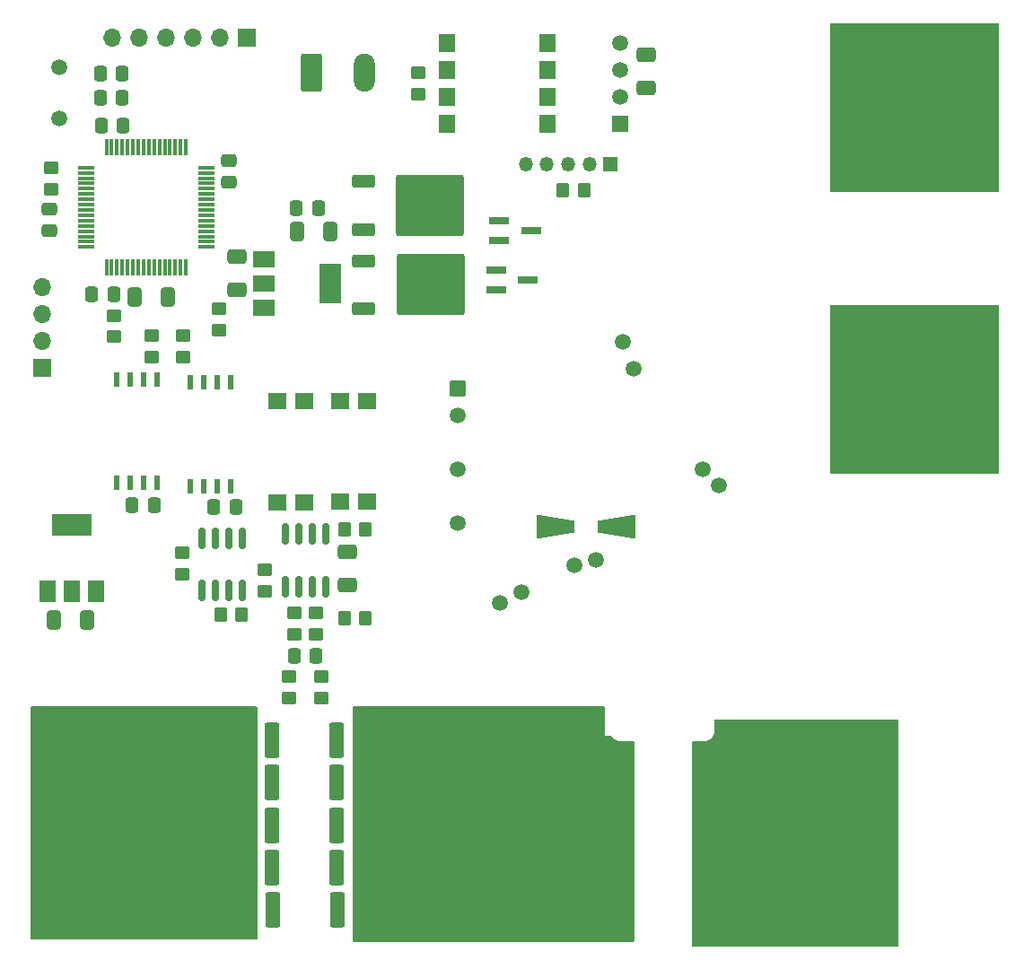
<source format=gbr>
%TF.GenerationSoftware,KiCad,Pcbnew,7.0.9*%
%TF.CreationDate,2024-06-05T17:19:39+05:30*%
%TF.ProjectId,BMS_Master,424d535f-4d61-4737-9465-722e6b696361,rev?*%
%TF.SameCoordinates,Original*%
%TF.FileFunction,Soldermask,Top*%
%TF.FilePolarity,Negative*%
%FSLAX46Y46*%
G04 Gerber Fmt 4.6, Leading zero omitted, Abs format (unit mm)*
G04 Created by KiCad (PCBNEW 7.0.9) date 2024-06-05 17:19:39*
%MOMM*%
%LPD*%
G01*
G04 APERTURE LIST*
G04 Aperture macros list*
%AMRoundRect*
0 Rectangle with rounded corners*
0 $1 Rounding radius*
0 $2 $3 $4 $5 $6 $7 $8 $9 X,Y pos of 4 corners*
0 Add a 4 corners polygon primitive as box body*
4,1,4,$2,$3,$4,$5,$6,$7,$8,$9,$2,$3,0*
0 Add four circle primitives for the rounded corners*
1,1,$1+$1,$2,$3*
1,1,$1+$1,$4,$5*
1,1,$1+$1,$6,$7*
1,1,$1+$1,$8,$9*
0 Add four rect primitives between the rounded corners*
20,1,$1+$1,$2,$3,$4,$5,0*
20,1,$1+$1,$4,$5,$6,$7,0*
20,1,$1+$1,$6,$7,$8,$9,0*
20,1,$1+$1,$8,$9,$2,$3,0*%
%AMOutline4P*
0 Free polygon, 4 corners , with rotation*
0 The origin of the aperture is its center*
0 number of corners: always 4*
0 $1 to $8 corner X, Y*
0 $9 Rotation angle, in degrees counterclockwise*
0 create outline with 4 corners*
4,1,4,$1,$2,$3,$4,$5,$6,$7,$8,$1,$2,$9*%
G04 Aperture macros list end*
%ADD10R,1.498600X1.498600*%
%ADD11C,1.498600*%
%ADD12R,0.558800X1.473200*%
%ADD13Outline4P,-1.800000X-1.150000X1.800000X-0.550000X1.800000X0.550000X-1.800000X1.150000X180.000000*%
%ADD14Outline4P,-1.800000X-1.150000X1.800000X-0.550000X1.800000X0.550000X-1.800000X1.150000X0.000000*%
%ADD15RoundRect,0.249999X-0.450001X-1.425001X0.450001X-1.425001X0.450001X1.425001X-0.450001X1.425001X0*%
%ADD16RoundRect,0.075000X-0.700000X-0.075000X0.700000X-0.075000X0.700000X0.075000X-0.700000X0.075000X0*%
%ADD17RoundRect,0.075000X-0.075000X-0.700000X0.075000X-0.700000X0.075000X0.700000X-0.075000X0.700000X0*%
%ADD18R,1.780000X1.500000*%
%ADD19R,1.900000X0.800000*%
%ADD20RoundRect,0.250000X-0.750000X-1.550000X0.750000X-1.550000X0.750000X1.550000X-0.750000X1.550000X0*%
%ADD21O,2.000000X3.600000*%
%ADD22RoundRect,0.250000X0.412500X0.650000X-0.412500X0.650000X-0.412500X-0.650000X0.412500X-0.650000X0*%
%ADD23RoundRect,0.250000X-0.450000X0.350000X-0.450000X-0.350000X0.450000X-0.350000X0.450000X0.350000X0*%
%ADD24RoundRect,0.250000X-0.850000X-0.350000X0.850000X-0.350000X0.850000X0.350000X-0.850000X0.350000X0*%
%ADD25RoundRect,0.249997X-2.950003X-2.650003X2.950003X-2.650003X2.950003X2.650003X-2.950003X2.650003X0*%
%ADD26R,2.000000X1.500000*%
%ADD27R,2.000000X3.800000*%
%ADD28RoundRect,0.150000X0.150000X-0.825000X0.150000X0.825000X-0.150000X0.825000X-0.150000X-0.825000X0*%
%ADD29RoundRect,0.250000X-0.350000X-0.450000X0.350000X-0.450000X0.350000X0.450000X-0.350000X0.450000X0*%
%ADD30RoundRect,0.250000X-0.475000X0.337500X-0.475000X-0.337500X0.475000X-0.337500X0.475000X0.337500X0*%
%ADD31RoundRect,0.250000X-0.337500X-0.475000X0.337500X-0.475000X0.337500X0.475000X-0.337500X0.475000X0*%
%ADD32RoundRect,0.250000X-0.650000X0.412500X-0.650000X-0.412500X0.650000X-0.412500X0.650000X0.412500X0*%
%ADD33R,1.700000X1.700000*%
%ADD34O,1.700000X1.700000*%
%ADD35RoundRect,0.250000X0.475000X-0.337500X0.475000X0.337500X-0.475000X0.337500X-0.475000X-0.337500X0*%
%ADD36RoundRect,0.250000X0.350000X0.450000X-0.350000X0.450000X-0.350000X-0.450000X0.350000X-0.450000X0*%
%ADD37C,16.800000*%
%ADD38RoundRect,0.250000X0.450000X-0.350000X0.450000X0.350000X-0.450000X0.350000X-0.450000X-0.350000X0*%
%ADD39C,1.500000*%
%ADD40R,15.000000X15.000000*%
%ADD41RoundRect,0.250000X0.337500X0.475000X-0.337500X0.475000X-0.337500X-0.475000X0.337500X-0.475000X0*%
%ADD42C,1.512000*%
%ADD43RoundRect,0.102000X-0.654000X0.654000X-0.654000X-0.654000X0.654000X-0.654000X0.654000X0.654000X0*%
%ADD44RoundRect,0.250000X0.650000X-0.412500X0.650000X0.412500X-0.650000X0.412500X-0.650000X-0.412500X0*%
%ADD45RoundRect,0.250000X-0.412500X-0.650000X0.412500X-0.650000X0.412500X0.650000X-0.412500X0.650000X0*%
%ADD46R,1.350000X1.350000*%
%ADD47O,1.350000X1.350000*%
%ADD48R,1.500000X2.000000*%
%ADD49R,3.800000X2.000000*%
%ADD50R,16.000000X16.000000*%
%ADD51R,1.520000X1.780000*%
%ADD52R,1.520000X1.750000*%
G04 APERTURE END LIST*
D10*
%TO.C,U15*%
X244208200Y-67810000D03*
D11*
X244208200Y-65270000D03*
X244208200Y-62730000D03*
X244208200Y-60190000D03*
%TD*%
D12*
%TO.C,U9*%
X196695000Y-101676800D03*
X197965000Y-101676800D03*
X199235000Y-101676800D03*
X200505000Y-101676800D03*
X200505000Y-91923200D03*
X199235000Y-91923200D03*
X197965000Y-91923200D03*
X196695000Y-91923200D03*
%TD*%
%TO.C,U7*%
X203690000Y-102000000D03*
X204960000Y-102000000D03*
X206230000Y-102000000D03*
X207500000Y-102000000D03*
X207500000Y-92246400D03*
X206230000Y-92246400D03*
X204960000Y-92246400D03*
X203690000Y-92246400D03*
%TD*%
D13*
%TO.C,D4*%
X243900000Y-105800000D03*
D14*
X238100000Y-105800000D03*
%TD*%
D15*
%TO.C,R6*%
X211400000Y-126000000D03*
X217500000Y-126000000D03*
%TD*%
D16*
%TO.C,U13*%
X193825000Y-71950000D03*
X193825000Y-72450000D03*
X193825000Y-72950000D03*
X193825000Y-73450000D03*
X193825000Y-73950000D03*
X193825000Y-74450000D03*
X193825000Y-74950000D03*
X193825000Y-75450000D03*
X193825000Y-75950000D03*
X193825000Y-76450000D03*
X193825000Y-76950000D03*
X193825000Y-77450000D03*
X193825000Y-77950000D03*
X193825000Y-78450000D03*
X193825000Y-78950000D03*
X193825000Y-79450000D03*
D17*
X195750000Y-81375000D03*
X196250000Y-81375000D03*
X196750000Y-81375000D03*
X197250000Y-81375000D03*
X197750000Y-81375000D03*
X198250000Y-81375000D03*
X198750000Y-81375000D03*
X199250000Y-81375000D03*
X199750000Y-81375000D03*
X200250000Y-81375000D03*
X200750000Y-81375000D03*
X201250000Y-81375000D03*
X201750000Y-81375000D03*
X202250000Y-81375000D03*
X202750000Y-81375000D03*
X203250000Y-81375000D03*
D16*
X205175000Y-79450000D03*
X205175000Y-78950000D03*
X205175000Y-78450000D03*
X205175000Y-77950000D03*
X205175000Y-77450000D03*
X205175000Y-76950000D03*
X205175000Y-76450000D03*
X205175000Y-75950000D03*
X205175000Y-75450000D03*
X205175000Y-74950000D03*
X205175000Y-74450000D03*
X205175000Y-73950000D03*
X205175000Y-73450000D03*
X205175000Y-72950000D03*
X205175000Y-72450000D03*
X205175000Y-71950000D03*
D17*
X203250000Y-70025000D03*
X202750000Y-70025000D03*
X202250000Y-70025000D03*
X201750000Y-70025000D03*
X201250000Y-70025000D03*
X200750000Y-70025000D03*
X200250000Y-70025000D03*
X199750000Y-70025000D03*
X199250000Y-70025000D03*
X198750000Y-70025000D03*
X198250000Y-70025000D03*
X197750000Y-70025000D03*
X197250000Y-70025000D03*
X196750000Y-70025000D03*
X196250000Y-70025000D03*
X195750000Y-70025000D03*
%TD*%
D18*
%TO.C,U5*%
X217800000Y-103500000D03*
X220340000Y-103500000D03*
X220340000Y-93970000D03*
X217800000Y-93970000D03*
%TD*%
D19*
%TO.C,Q2*%
X232800000Y-76950000D03*
X232800000Y-78850000D03*
X235800000Y-77900000D03*
%TD*%
D20*
%TO.C,J1*%
X215100000Y-63000000D03*
D21*
X220100000Y-63000000D03*
%TD*%
D18*
%TO.C,U6*%
X211860000Y-103530000D03*
X214400000Y-103530000D03*
X214400000Y-94000000D03*
X211860000Y-94000000D03*
%TD*%
D22*
%TO.C,C15*%
X193925000Y-114600000D03*
X190800000Y-114600000D03*
%TD*%
D23*
%TO.C,R18*%
X202905000Y-108325000D03*
X202905000Y-110325000D03*
%TD*%
D24*
%TO.C,U1*%
X220000000Y-73260000D03*
D25*
X226300000Y-75540000D03*
D24*
X220000000Y-77820000D03*
%TD*%
D26*
%TO.C,U12*%
X210600000Y-80600000D03*
X210600000Y-82900000D03*
D27*
X216900000Y-82900000D03*
D26*
X210600000Y-85200000D03*
%TD*%
D28*
%TO.C,U4*%
X204795000Y-111875000D03*
X206065000Y-111875000D03*
X207335000Y-111875000D03*
X208605000Y-111875000D03*
X208605000Y-106925000D03*
X207335000Y-106925000D03*
X206065000Y-106925000D03*
X204795000Y-106925000D03*
%TD*%
D29*
%TO.C,R19*%
X218200000Y-106100000D03*
X220200000Y-106100000D03*
%TD*%
D30*
%TO.C,C32*%
X190400000Y-75825000D03*
X190400000Y-77900000D03*
%TD*%
D15*
%TO.C,R9*%
X211400000Y-138000000D03*
X217500000Y-138000000D03*
%TD*%
%TO.C,R10*%
X211450000Y-142000000D03*
X217550000Y-142000000D03*
%TD*%
D31*
%TO.C,C30*%
X195162500Y-63100000D03*
X197237500Y-63100000D03*
%TD*%
D19*
%TO.C,Q1*%
X232500000Y-81600000D03*
X232500000Y-83500000D03*
X235500000Y-82550000D03*
%TD*%
D32*
%TO.C,C34*%
X246700000Y-61337500D03*
X246700000Y-64462500D03*
%TD*%
D23*
%TO.C,R13*%
X215500000Y-114000000D03*
X215500000Y-116000000D03*
%TD*%
D15*
%TO.C,R8*%
X211400000Y-134000000D03*
X217500000Y-134000000D03*
%TD*%
D33*
%TO.C,J2*%
X189700000Y-90820000D03*
D34*
X189700000Y-88280000D03*
X189700000Y-85740000D03*
X189700000Y-83200000D03*
%TD*%
D23*
%TO.C,R14*%
X213500000Y-114000000D03*
X213500000Y-116000000D03*
%TD*%
D31*
%TO.C,C31*%
X195162500Y-65400000D03*
X197237500Y-65400000D03*
%TD*%
%TO.C,C29*%
X213662500Y-75800000D03*
X215737500Y-75800000D03*
%TD*%
D35*
%TO.C,C26*%
X207300000Y-73337500D03*
X207300000Y-71262500D03*
%TD*%
D36*
%TO.C,R15*%
X220200000Y-114500000D03*
X218200000Y-114500000D03*
%TD*%
D23*
%TO.C,R23*%
X206400000Y-85300000D03*
X206400000Y-87300000D03*
%TD*%
D29*
%TO.C,R17*%
X206505000Y-114125000D03*
X208505000Y-114125000D03*
%TD*%
D23*
%TO.C,R24*%
X196500000Y-85900000D03*
X196500000Y-87900000D03*
%TD*%
D32*
%TO.C,C6*%
X218500000Y-108175000D03*
X218500000Y-111300000D03*
%TD*%
D37*
%TO.C,H1*%
X200000000Y-134000000D03*
%TD*%
D23*
%TO.C,R33*%
X225200000Y-63000000D03*
X225200000Y-65000000D03*
%TD*%
D38*
%TO.C,R11*%
X213000000Y-122000000D03*
X213000000Y-120000000D03*
%TD*%
D24*
%TO.C,U2*%
X220025000Y-80735000D03*
D25*
X226325000Y-83015000D03*
D24*
X220025000Y-85295000D03*
%TD*%
D39*
%TO.C,K1*%
X239900000Y-109500000D03*
X241900000Y-109000000D03*
X232900000Y-113000000D03*
X234900000Y-112000000D03*
D40*
X234900000Y-137500000D03*
X261500000Y-137500000D03*
%TD*%
D41*
%TO.C,C14*%
X200237500Y-103800000D03*
X198162500Y-103800000D03*
%TD*%
D23*
%TO.C,R29*%
X190500000Y-72000000D03*
X190500000Y-74000000D03*
%TD*%
D15*
%TO.C,R7*%
X211400000Y-130000000D03*
X217500000Y-130000000D03*
%TD*%
D42*
%TO.C,IC1*%
X228910000Y-95380000D03*
X228910000Y-100460000D03*
D43*
X228910000Y-92840000D03*
D42*
X228910000Y-105540000D03*
%TD*%
D44*
%TO.C,C21*%
X208100000Y-83462500D03*
X208100000Y-80337500D03*
%TD*%
D22*
%TO.C,C22*%
X216862500Y-78000000D03*
X213737500Y-78000000D03*
%TD*%
D45*
%TO.C,C23*%
X198437500Y-84200000D03*
X201562500Y-84200000D03*
%TD*%
D41*
%TO.C,C8*%
X207937500Y-104000000D03*
X205862500Y-104000000D03*
%TD*%
D29*
%TO.C,R36*%
X238800000Y-74100000D03*
X240800000Y-74100000D03*
%TD*%
D23*
%TO.C,R22*%
X203000000Y-87800000D03*
X203000000Y-89800000D03*
%TD*%
D39*
%TO.C,Y1*%
X191300000Y-62450000D03*
X191300000Y-67330000D03*
%TD*%
D46*
%TO.C,J4*%
X243300000Y-71600000D03*
D47*
X241300000Y-71600000D03*
X239300000Y-71600000D03*
X237300000Y-71600000D03*
X235300000Y-71600000D03*
%TD*%
D48*
%TO.C,U8*%
X190200000Y-111950000D03*
X192500000Y-111950000D03*
D49*
X192500000Y-105650000D03*
D48*
X194800000Y-111950000D03*
%TD*%
D39*
%TO.C,K2*%
X245500000Y-90900000D03*
X244500000Y-88400000D03*
X253500000Y-101900000D03*
X252000000Y-100400000D03*
D50*
X272000000Y-92900000D03*
X272000000Y-66300000D03*
%TD*%
D41*
%TO.C,C24*%
X196437500Y-83900000D03*
X194362500Y-83900000D03*
%TD*%
D31*
%TO.C,C5*%
X213462500Y-118000000D03*
X215537500Y-118000000D03*
%TD*%
D33*
%TO.C,J3*%
X208980000Y-59700000D03*
D34*
X206440000Y-59700000D03*
X203900000Y-59700000D03*
X201360000Y-59700000D03*
X198820000Y-59700000D03*
X196280000Y-59700000D03*
%TD*%
D23*
%TO.C,R21*%
X200000000Y-87800000D03*
X200000000Y-89800000D03*
%TD*%
D51*
%TO.C,U10*%
X227840000Y-60190000D03*
D52*
X227840000Y-62730000D03*
D51*
X227840000Y-65270000D03*
X227840000Y-67810000D03*
X237360000Y-67810000D03*
X237360000Y-65270000D03*
X237360000Y-62730000D03*
X237360000Y-60190000D03*
%TD*%
D38*
%TO.C,R12*%
X216000000Y-122000000D03*
X216000000Y-120000000D03*
%TD*%
D23*
%TO.C,R16*%
X210700000Y-109900000D03*
X210700000Y-111900000D03*
%TD*%
D28*
%TO.C,U3*%
X212595000Y-111475000D03*
X213865000Y-111475000D03*
X215135000Y-111475000D03*
X216405000Y-111475000D03*
X216405000Y-106525000D03*
X215135000Y-106525000D03*
X213865000Y-106525000D03*
X212595000Y-106525000D03*
%TD*%
D41*
%TO.C,C27*%
X197337500Y-68000000D03*
X195262500Y-68000000D03*
%TD*%
G36*
X209943039Y-122819685D02*
G01*
X209988794Y-122872489D01*
X210000000Y-122924000D01*
X210000000Y-144676000D01*
X209980315Y-144743039D01*
X209927511Y-144788794D01*
X209876000Y-144800000D01*
X188724000Y-144800000D01*
X188656961Y-144780315D01*
X188611206Y-144727511D01*
X188600000Y-144676000D01*
X188600000Y-122924000D01*
X188619685Y-122856961D01*
X188672489Y-122811206D01*
X188724000Y-122800000D01*
X209876000Y-122800000D01*
X209943039Y-122819685D01*
G37*
G36*
X242743039Y-122819685D02*
G01*
X242788794Y-122872489D01*
X242800000Y-122924000D01*
X242800000Y-125600000D01*
X243365120Y-125600000D01*
X243432159Y-125619685D01*
X243464245Y-125651205D01*
X243464665Y-125650861D01*
X243467865Y-125654760D01*
X243468225Y-125655114D01*
X243468530Y-125655570D01*
X243592892Y-125807107D01*
X243744428Y-125931468D01*
X243744435Y-125931473D01*
X243917309Y-126023876D01*
X243917312Y-126023877D01*
X244104913Y-126080785D01*
X244104909Y-126080785D01*
X244300003Y-126100000D01*
X245476000Y-126100000D01*
X245543039Y-126119685D01*
X245588794Y-126172489D01*
X245600000Y-126224000D01*
X245600000Y-144876000D01*
X245580315Y-144943039D01*
X245527511Y-144988794D01*
X245476000Y-145000000D01*
X219124000Y-145000000D01*
X219056961Y-144980315D01*
X219011206Y-144927511D01*
X219000000Y-144876000D01*
X219000000Y-122924000D01*
X219019685Y-122856961D01*
X219072489Y-122811206D01*
X219124000Y-122800000D01*
X242676000Y-122800000D01*
X242743039Y-122819685D01*
G37*
G36*
X270443039Y-124019685D02*
G01*
X270488794Y-124072489D01*
X270500000Y-124124000D01*
X270500000Y-145376000D01*
X270480315Y-145443039D01*
X270427511Y-145488794D01*
X270376000Y-145500000D01*
X251124000Y-145500000D01*
X251056961Y-145480315D01*
X251011206Y-145427511D01*
X251000000Y-145376000D01*
X251000000Y-126224000D01*
X251019685Y-126156961D01*
X251072489Y-126111206D01*
X251124000Y-126100000D01*
X252099997Y-126100000D01*
X252295088Y-126080785D01*
X252482687Y-126023877D01*
X252482690Y-126023876D01*
X252655564Y-125931473D01*
X252655571Y-125931468D01*
X252807107Y-125807107D01*
X252931468Y-125655571D01*
X252931473Y-125655564D01*
X253023876Y-125482690D01*
X253023877Y-125482687D01*
X253080785Y-125295088D01*
X253100000Y-125099996D01*
X253100000Y-124124000D01*
X253119685Y-124056961D01*
X253172489Y-124011206D01*
X253224000Y-124000000D01*
X270376000Y-124000000D01*
X270443039Y-124019685D01*
G37*
M02*

</source>
